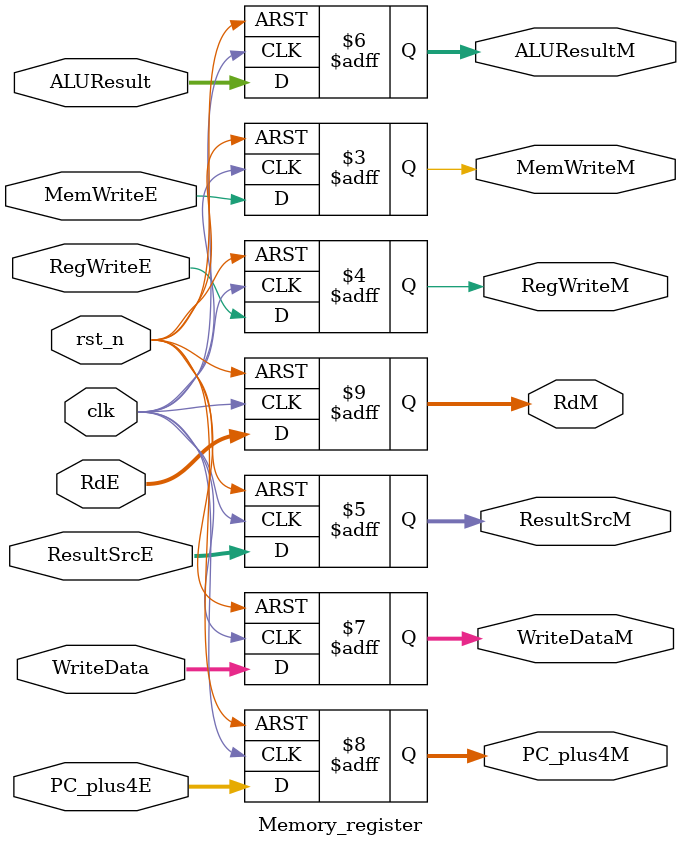
<source format=sv>
`timescale 1ns/1ps
module Memory_register(
    input  logic        clk,
    input  logic        rst_n,    // active-low sync reset
    input  logic        MemWriteE,
    input  logic        RegWriteE,
    input  logic [1:0]  ResultSrcE,
    input  logic [31:0] ALUResult,
    input  logic [31:0] WriteData,
    input  logic [4:0]  RdE,
    input  logic [31:0] PC_plus4E,
    output logic        MemWriteM,
    output logic        RegWriteM,
    output logic [1:0]  ResultSrcM,
    output logic [31:0] ALUResultM,
    output logic [31:0] WriteDataM,
    output logic [31:0] PC_plus4M,
    output logic [4:0]  RdM
);
    always_ff @(posedge clk or negedge rst_n) begin
        if (!rst_n) begin
            MemWriteM   <= 1'b0;
            RegWriteM   <= 1'b0;
            ResultSrcM  <= 2'b00;
            ALUResultM  <= 32'b0;
            WriteDataM  <= 32'b0;
            PC_plus4M   <= 32'b0;
            RdM         <= 5'b0;
        end
        else begin
            MemWriteM   <= MemWriteE;
            RegWriteM   <= RegWriteE;
            ResultSrcM  <= ResultSrcE;
            ALUResultM  <= ALUResult;
            WriteDataM  <= WriteData;
            PC_plus4M   <= PC_plus4E;
            RdM         <= RdE;
        end
    end
endmodule

</source>
